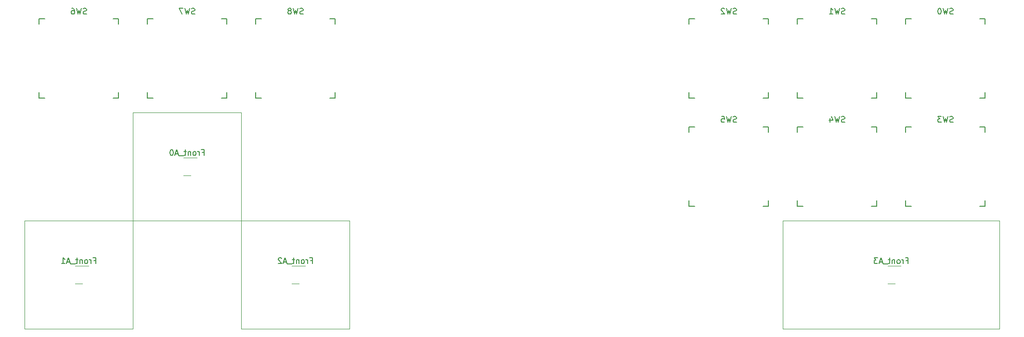
<source format=gbr>
%TF.GenerationSoftware,KiCad,Pcbnew,7.0.9*%
%TF.CreationDate,2024-01-30T16:44:38+01:00*%
%TF.ProjectId,tm-gamepad,746d2d67-616d-4657-9061-642e6b696361,rev?*%
%TF.SameCoordinates,Original*%
%TF.FileFunction,Legend,Bot*%
%TF.FilePolarity,Positive*%
%FSLAX46Y46*%
G04 Gerber Fmt 4.6, Leading zero omitted, Abs format (unit mm)*
G04 Created by KiCad (PCBNEW 7.0.9) date 2024-01-30 16:44:38*
%MOMM*%
%LPD*%
G01*
G04 APERTURE LIST*
%ADD10C,0.150000*%
%ADD11C,0.120000*%
%ADD12C,0.100000*%
G04 APERTURE END LIST*
D10*
X190683332Y-56647200D02*
X190540475Y-56694819D01*
X190540475Y-56694819D02*
X190302380Y-56694819D01*
X190302380Y-56694819D02*
X190207142Y-56647200D01*
X190207142Y-56647200D02*
X190159523Y-56599580D01*
X190159523Y-56599580D02*
X190111904Y-56504342D01*
X190111904Y-56504342D02*
X190111904Y-56409104D01*
X190111904Y-56409104D02*
X190159523Y-56313866D01*
X190159523Y-56313866D02*
X190207142Y-56266247D01*
X190207142Y-56266247D02*
X190302380Y-56218628D01*
X190302380Y-56218628D02*
X190492856Y-56171009D01*
X190492856Y-56171009D02*
X190588094Y-56123390D01*
X190588094Y-56123390D02*
X190635713Y-56075771D01*
X190635713Y-56075771D02*
X190683332Y-55980533D01*
X190683332Y-55980533D02*
X190683332Y-55885295D01*
X190683332Y-55885295D02*
X190635713Y-55790057D01*
X190635713Y-55790057D02*
X190588094Y-55742438D01*
X190588094Y-55742438D02*
X190492856Y-55694819D01*
X190492856Y-55694819D02*
X190254761Y-55694819D01*
X190254761Y-55694819D02*
X190111904Y-55742438D01*
X189778570Y-55694819D02*
X189540475Y-56694819D01*
X189540475Y-56694819D02*
X189349999Y-55980533D01*
X189349999Y-55980533D02*
X189159523Y-56694819D01*
X189159523Y-56694819D02*
X188921428Y-55694819D01*
X188111904Y-56028152D02*
X188111904Y-56694819D01*
X188349999Y-55647200D02*
X188588094Y-56361485D01*
X188588094Y-56361485D02*
X187969047Y-56361485D01*
X95433332Y-37597200D02*
X95290475Y-37644819D01*
X95290475Y-37644819D02*
X95052380Y-37644819D01*
X95052380Y-37644819D02*
X94957142Y-37597200D01*
X94957142Y-37597200D02*
X94909523Y-37549580D01*
X94909523Y-37549580D02*
X94861904Y-37454342D01*
X94861904Y-37454342D02*
X94861904Y-37359104D01*
X94861904Y-37359104D02*
X94909523Y-37263866D01*
X94909523Y-37263866D02*
X94957142Y-37216247D01*
X94957142Y-37216247D02*
X95052380Y-37168628D01*
X95052380Y-37168628D02*
X95242856Y-37121009D01*
X95242856Y-37121009D02*
X95338094Y-37073390D01*
X95338094Y-37073390D02*
X95385713Y-37025771D01*
X95385713Y-37025771D02*
X95433332Y-36930533D01*
X95433332Y-36930533D02*
X95433332Y-36835295D01*
X95433332Y-36835295D02*
X95385713Y-36740057D01*
X95385713Y-36740057D02*
X95338094Y-36692438D01*
X95338094Y-36692438D02*
X95242856Y-36644819D01*
X95242856Y-36644819D02*
X95004761Y-36644819D01*
X95004761Y-36644819D02*
X94861904Y-36692438D01*
X94528570Y-36644819D02*
X94290475Y-37644819D01*
X94290475Y-37644819D02*
X94099999Y-36930533D01*
X94099999Y-36930533D02*
X93909523Y-37644819D01*
X93909523Y-37644819D02*
X93671428Y-36644819D01*
X93147618Y-37073390D02*
X93242856Y-37025771D01*
X93242856Y-37025771D02*
X93290475Y-36978152D01*
X93290475Y-36978152D02*
X93338094Y-36882914D01*
X93338094Y-36882914D02*
X93338094Y-36835295D01*
X93338094Y-36835295D02*
X93290475Y-36740057D01*
X93290475Y-36740057D02*
X93242856Y-36692438D01*
X93242856Y-36692438D02*
X93147618Y-36644819D01*
X93147618Y-36644819D02*
X92957142Y-36644819D01*
X92957142Y-36644819D02*
X92861904Y-36692438D01*
X92861904Y-36692438D02*
X92814285Y-36740057D01*
X92814285Y-36740057D02*
X92766666Y-36835295D01*
X92766666Y-36835295D02*
X92766666Y-36882914D01*
X92766666Y-36882914D02*
X92814285Y-36978152D01*
X92814285Y-36978152D02*
X92861904Y-37025771D01*
X92861904Y-37025771D02*
X92957142Y-37073390D01*
X92957142Y-37073390D02*
X93147618Y-37073390D01*
X93147618Y-37073390D02*
X93242856Y-37121009D01*
X93242856Y-37121009D02*
X93290475Y-37168628D01*
X93290475Y-37168628D02*
X93338094Y-37263866D01*
X93338094Y-37263866D02*
X93338094Y-37454342D01*
X93338094Y-37454342D02*
X93290475Y-37549580D01*
X93290475Y-37549580D02*
X93242856Y-37597200D01*
X93242856Y-37597200D02*
X93147618Y-37644819D01*
X93147618Y-37644819D02*
X92957142Y-37644819D01*
X92957142Y-37644819D02*
X92861904Y-37597200D01*
X92861904Y-37597200D02*
X92814285Y-37549580D01*
X92814285Y-37549580D02*
X92766666Y-37454342D01*
X92766666Y-37454342D02*
X92766666Y-37263866D01*
X92766666Y-37263866D02*
X92814285Y-37168628D01*
X92814285Y-37168628D02*
X92861904Y-37121009D01*
X92861904Y-37121009D02*
X92957142Y-37073390D01*
X76383332Y-37597200D02*
X76240475Y-37644819D01*
X76240475Y-37644819D02*
X76002380Y-37644819D01*
X76002380Y-37644819D02*
X75907142Y-37597200D01*
X75907142Y-37597200D02*
X75859523Y-37549580D01*
X75859523Y-37549580D02*
X75811904Y-37454342D01*
X75811904Y-37454342D02*
X75811904Y-37359104D01*
X75811904Y-37359104D02*
X75859523Y-37263866D01*
X75859523Y-37263866D02*
X75907142Y-37216247D01*
X75907142Y-37216247D02*
X76002380Y-37168628D01*
X76002380Y-37168628D02*
X76192856Y-37121009D01*
X76192856Y-37121009D02*
X76288094Y-37073390D01*
X76288094Y-37073390D02*
X76335713Y-37025771D01*
X76335713Y-37025771D02*
X76383332Y-36930533D01*
X76383332Y-36930533D02*
X76383332Y-36835295D01*
X76383332Y-36835295D02*
X76335713Y-36740057D01*
X76335713Y-36740057D02*
X76288094Y-36692438D01*
X76288094Y-36692438D02*
X76192856Y-36644819D01*
X76192856Y-36644819D02*
X75954761Y-36644819D01*
X75954761Y-36644819D02*
X75811904Y-36692438D01*
X75478570Y-36644819D02*
X75240475Y-37644819D01*
X75240475Y-37644819D02*
X75049999Y-36930533D01*
X75049999Y-36930533D02*
X74859523Y-37644819D01*
X74859523Y-37644819D02*
X74621428Y-36644819D01*
X74335713Y-36644819D02*
X73669047Y-36644819D01*
X73669047Y-36644819D02*
X74097618Y-37644819D01*
X57333332Y-37597200D02*
X57190475Y-37644819D01*
X57190475Y-37644819D02*
X56952380Y-37644819D01*
X56952380Y-37644819D02*
X56857142Y-37597200D01*
X56857142Y-37597200D02*
X56809523Y-37549580D01*
X56809523Y-37549580D02*
X56761904Y-37454342D01*
X56761904Y-37454342D02*
X56761904Y-37359104D01*
X56761904Y-37359104D02*
X56809523Y-37263866D01*
X56809523Y-37263866D02*
X56857142Y-37216247D01*
X56857142Y-37216247D02*
X56952380Y-37168628D01*
X56952380Y-37168628D02*
X57142856Y-37121009D01*
X57142856Y-37121009D02*
X57238094Y-37073390D01*
X57238094Y-37073390D02*
X57285713Y-37025771D01*
X57285713Y-37025771D02*
X57333332Y-36930533D01*
X57333332Y-36930533D02*
X57333332Y-36835295D01*
X57333332Y-36835295D02*
X57285713Y-36740057D01*
X57285713Y-36740057D02*
X57238094Y-36692438D01*
X57238094Y-36692438D02*
X57142856Y-36644819D01*
X57142856Y-36644819D02*
X56904761Y-36644819D01*
X56904761Y-36644819D02*
X56761904Y-36692438D01*
X56428570Y-36644819D02*
X56190475Y-37644819D01*
X56190475Y-37644819D02*
X55999999Y-36930533D01*
X55999999Y-36930533D02*
X55809523Y-37644819D01*
X55809523Y-37644819D02*
X55571428Y-36644819D01*
X54761904Y-36644819D02*
X54952380Y-36644819D01*
X54952380Y-36644819D02*
X55047618Y-36692438D01*
X55047618Y-36692438D02*
X55095237Y-36740057D01*
X55095237Y-36740057D02*
X55190475Y-36882914D01*
X55190475Y-36882914D02*
X55238094Y-37073390D01*
X55238094Y-37073390D02*
X55238094Y-37454342D01*
X55238094Y-37454342D02*
X55190475Y-37549580D01*
X55190475Y-37549580D02*
X55142856Y-37597200D01*
X55142856Y-37597200D02*
X55047618Y-37644819D01*
X55047618Y-37644819D02*
X54857142Y-37644819D01*
X54857142Y-37644819D02*
X54761904Y-37597200D01*
X54761904Y-37597200D02*
X54714285Y-37549580D01*
X54714285Y-37549580D02*
X54666666Y-37454342D01*
X54666666Y-37454342D02*
X54666666Y-37216247D01*
X54666666Y-37216247D02*
X54714285Y-37121009D01*
X54714285Y-37121009D02*
X54761904Y-37073390D01*
X54761904Y-37073390D02*
X54857142Y-37025771D01*
X54857142Y-37025771D02*
X55047618Y-37025771D01*
X55047618Y-37025771D02*
X55142856Y-37073390D01*
X55142856Y-37073390D02*
X55190475Y-37121009D01*
X55190475Y-37121009D02*
X55238094Y-37216247D01*
X171633332Y-56647200D02*
X171490475Y-56694819D01*
X171490475Y-56694819D02*
X171252380Y-56694819D01*
X171252380Y-56694819D02*
X171157142Y-56647200D01*
X171157142Y-56647200D02*
X171109523Y-56599580D01*
X171109523Y-56599580D02*
X171061904Y-56504342D01*
X171061904Y-56504342D02*
X171061904Y-56409104D01*
X171061904Y-56409104D02*
X171109523Y-56313866D01*
X171109523Y-56313866D02*
X171157142Y-56266247D01*
X171157142Y-56266247D02*
X171252380Y-56218628D01*
X171252380Y-56218628D02*
X171442856Y-56171009D01*
X171442856Y-56171009D02*
X171538094Y-56123390D01*
X171538094Y-56123390D02*
X171585713Y-56075771D01*
X171585713Y-56075771D02*
X171633332Y-55980533D01*
X171633332Y-55980533D02*
X171633332Y-55885295D01*
X171633332Y-55885295D02*
X171585713Y-55790057D01*
X171585713Y-55790057D02*
X171538094Y-55742438D01*
X171538094Y-55742438D02*
X171442856Y-55694819D01*
X171442856Y-55694819D02*
X171204761Y-55694819D01*
X171204761Y-55694819D02*
X171061904Y-55742438D01*
X170728570Y-55694819D02*
X170490475Y-56694819D01*
X170490475Y-56694819D02*
X170299999Y-55980533D01*
X170299999Y-55980533D02*
X170109523Y-56694819D01*
X170109523Y-56694819D02*
X169871428Y-55694819D01*
X169014285Y-55694819D02*
X169490475Y-55694819D01*
X169490475Y-55694819D02*
X169538094Y-56171009D01*
X169538094Y-56171009D02*
X169490475Y-56123390D01*
X169490475Y-56123390D02*
X169395237Y-56075771D01*
X169395237Y-56075771D02*
X169157142Y-56075771D01*
X169157142Y-56075771D02*
X169061904Y-56123390D01*
X169061904Y-56123390D02*
X169014285Y-56171009D01*
X169014285Y-56171009D02*
X168966666Y-56266247D01*
X168966666Y-56266247D02*
X168966666Y-56504342D01*
X168966666Y-56504342D02*
X169014285Y-56599580D01*
X169014285Y-56599580D02*
X169061904Y-56647200D01*
X169061904Y-56647200D02*
X169157142Y-56694819D01*
X169157142Y-56694819D02*
X169395237Y-56694819D01*
X169395237Y-56694819D02*
X169490475Y-56647200D01*
X169490475Y-56647200D02*
X169538094Y-56599580D01*
X209733332Y-56647200D02*
X209590475Y-56694819D01*
X209590475Y-56694819D02*
X209352380Y-56694819D01*
X209352380Y-56694819D02*
X209257142Y-56647200D01*
X209257142Y-56647200D02*
X209209523Y-56599580D01*
X209209523Y-56599580D02*
X209161904Y-56504342D01*
X209161904Y-56504342D02*
X209161904Y-56409104D01*
X209161904Y-56409104D02*
X209209523Y-56313866D01*
X209209523Y-56313866D02*
X209257142Y-56266247D01*
X209257142Y-56266247D02*
X209352380Y-56218628D01*
X209352380Y-56218628D02*
X209542856Y-56171009D01*
X209542856Y-56171009D02*
X209638094Y-56123390D01*
X209638094Y-56123390D02*
X209685713Y-56075771D01*
X209685713Y-56075771D02*
X209733332Y-55980533D01*
X209733332Y-55980533D02*
X209733332Y-55885295D01*
X209733332Y-55885295D02*
X209685713Y-55790057D01*
X209685713Y-55790057D02*
X209638094Y-55742438D01*
X209638094Y-55742438D02*
X209542856Y-55694819D01*
X209542856Y-55694819D02*
X209304761Y-55694819D01*
X209304761Y-55694819D02*
X209161904Y-55742438D01*
X208828570Y-55694819D02*
X208590475Y-56694819D01*
X208590475Y-56694819D02*
X208399999Y-55980533D01*
X208399999Y-55980533D02*
X208209523Y-56694819D01*
X208209523Y-56694819D02*
X207971428Y-55694819D01*
X207685713Y-55694819D02*
X207066666Y-55694819D01*
X207066666Y-55694819D02*
X207399999Y-56075771D01*
X207399999Y-56075771D02*
X207257142Y-56075771D01*
X207257142Y-56075771D02*
X207161904Y-56123390D01*
X207161904Y-56123390D02*
X207114285Y-56171009D01*
X207114285Y-56171009D02*
X207066666Y-56266247D01*
X207066666Y-56266247D02*
X207066666Y-56504342D01*
X207066666Y-56504342D02*
X207114285Y-56599580D01*
X207114285Y-56599580D02*
X207161904Y-56647200D01*
X207161904Y-56647200D02*
X207257142Y-56694819D01*
X207257142Y-56694819D02*
X207542856Y-56694819D01*
X207542856Y-56694819D02*
X207638094Y-56647200D01*
X207638094Y-56647200D02*
X207685713Y-56599580D01*
X171633332Y-37597200D02*
X171490475Y-37644819D01*
X171490475Y-37644819D02*
X171252380Y-37644819D01*
X171252380Y-37644819D02*
X171157142Y-37597200D01*
X171157142Y-37597200D02*
X171109523Y-37549580D01*
X171109523Y-37549580D02*
X171061904Y-37454342D01*
X171061904Y-37454342D02*
X171061904Y-37359104D01*
X171061904Y-37359104D02*
X171109523Y-37263866D01*
X171109523Y-37263866D02*
X171157142Y-37216247D01*
X171157142Y-37216247D02*
X171252380Y-37168628D01*
X171252380Y-37168628D02*
X171442856Y-37121009D01*
X171442856Y-37121009D02*
X171538094Y-37073390D01*
X171538094Y-37073390D02*
X171585713Y-37025771D01*
X171585713Y-37025771D02*
X171633332Y-36930533D01*
X171633332Y-36930533D02*
X171633332Y-36835295D01*
X171633332Y-36835295D02*
X171585713Y-36740057D01*
X171585713Y-36740057D02*
X171538094Y-36692438D01*
X171538094Y-36692438D02*
X171442856Y-36644819D01*
X171442856Y-36644819D02*
X171204761Y-36644819D01*
X171204761Y-36644819D02*
X171061904Y-36692438D01*
X170728570Y-36644819D02*
X170490475Y-37644819D01*
X170490475Y-37644819D02*
X170299999Y-36930533D01*
X170299999Y-36930533D02*
X170109523Y-37644819D01*
X170109523Y-37644819D02*
X169871428Y-36644819D01*
X169538094Y-36740057D02*
X169490475Y-36692438D01*
X169490475Y-36692438D02*
X169395237Y-36644819D01*
X169395237Y-36644819D02*
X169157142Y-36644819D01*
X169157142Y-36644819D02*
X169061904Y-36692438D01*
X169061904Y-36692438D02*
X169014285Y-36740057D01*
X169014285Y-36740057D02*
X168966666Y-36835295D01*
X168966666Y-36835295D02*
X168966666Y-36930533D01*
X168966666Y-36930533D02*
X169014285Y-37073390D01*
X169014285Y-37073390D02*
X169585713Y-37644819D01*
X169585713Y-37644819D02*
X168966666Y-37644819D01*
X190683332Y-37597200D02*
X190540475Y-37644819D01*
X190540475Y-37644819D02*
X190302380Y-37644819D01*
X190302380Y-37644819D02*
X190207142Y-37597200D01*
X190207142Y-37597200D02*
X190159523Y-37549580D01*
X190159523Y-37549580D02*
X190111904Y-37454342D01*
X190111904Y-37454342D02*
X190111904Y-37359104D01*
X190111904Y-37359104D02*
X190159523Y-37263866D01*
X190159523Y-37263866D02*
X190207142Y-37216247D01*
X190207142Y-37216247D02*
X190302380Y-37168628D01*
X190302380Y-37168628D02*
X190492856Y-37121009D01*
X190492856Y-37121009D02*
X190588094Y-37073390D01*
X190588094Y-37073390D02*
X190635713Y-37025771D01*
X190635713Y-37025771D02*
X190683332Y-36930533D01*
X190683332Y-36930533D02*
X190683332Y-36835295D01*
X190683332Y-36835295D02*
X190635713Y-36740057D01*
X190635713Y-36740057D02*
X190588094Y-36692438D01*
X190588094Y-36692438D02*
X190492856Y-36644819D01*
X190492856Y-36644819D02*
X190254761Y-36644819D01*
X190254761Y-36644819D02*
X190111904Y-36692438D01*
X189778570Y-36644819D02*
X189540475Y-37644819D01*
X189540475Y-37644819D02*
X189349999Y-36930533D01*
X189349999Y-36930533D02*
X189159523Y-37644819D01*
X189159523Y-37644819D02*
X188921428Y-36644819D01*
X188016666Y-37644819D02*
X188588094Y-37644819D01*
X188302380Y-37644819D02*
X188302380Y-36644819D01*
X188302380Y-36644819D02*
X188397618Y-36787676D01*
X188397618Y-36787676D02*
X188492856Y-36882914D01*
X188492856Y-36882914D02*
X188588094Y-36930533D01*
X209733332Y-37597200D02*
X209590475Y-37644819D01*
X209590475Y-37644819D02*
X209352380Y-37644819D01*
X209352380Y-37644819D02*
X209257142Y-37597200D01*
X209257142Y-37597200D02*
X209209523Y-37549580D01*
X209209523Y-37549580D02*
X209161904Y-37454342D01*
X209161904Y-37454342D02*
X209161904Y-37359104D01*
X209161904Y-37359104D02*
X209209523Y-37263866D01*
X209209523Y-37263866D02*
X209257142Y-37216247D01*
X209257142Y-37216247D02*
X209352380Y-37168628D01*
X209352380Y-37168628D02*
X209542856Y-37121009D01*
X209542856Y-37121009D02*
X209638094Y-37073390D01*
X209638094Y-37073390D02*
X209685713Y-37025771D01*
X209685713Y-37025771D02*
X209733332Y-36930533D01*
X209733332Y-36930533D02*
X209733332Y-36835295D01*
X209733332Y-36835295D02*
X209685713Y-36740057D01*
X209685713Y-36740057D02*
X209638094Y-36692438D01*
X209638094Y-36692438D02*
X209542856Y-36644819D01*
X209542856Y-36644819D02*
X209304761Y-36644819D01*
X209304761Y-36644819D02*
X209161904Y-36692438D01*
X208828570Y-36644819D02*
X208590475Y-37644819D01*
X208590475Y-37644819D02*
X208399999Y-36930533D01*
X208399999Y-36930533D02*
X208209523Y-37644819D01*
X208209523Y-37644819D02*
X207971428Y-36644819D01*
X207399999Y-36644819D02*
X207304761Y-36644819D01*
X207304761Y-36644819D02*
X207209523Y-36692438D01*
X207209523Y-36692438D02*
X207161904Y-36740057D01*
X207161904Y-36740057D02*
X207114285Y-36835295D01*
X207114285Y-36835295D02*
X207066666Y-37025771D01*
X207066666Y-37025771D02*
X207066666Y-37263866D01*
X207066666Y-37263866D02*
X207114285Y-37454342D01*
X207114285Y-37454342D02*
X207161904Y-37549580D01*
X207161904Y-37549580D02*
X207209523Y-37597200D01*
X207209523Y-37597200D02*
X207304761Y-37644819D01*
X207304761Y-37644819D02*
X207399999Y-37644819D01*
X207399999Y-37644819D02*
X207495237Y-37597200D01*
X207495237Y-37597200D02*
X207542856Y-37549580D01*
X207542856Y-37549580D02*
X207590475Y-37454342D01*
X207590475Y-37454342D02*
X207638094Y-37263866D01*
X207638094Y-37263866D02*
X207638094Y-37025771D01*
X207638094Y-37025771D02*
X207590475Y-36835295D01*
X207590475Y-36835295D02*
X207542856Y-36740057D01*
X207542856Y-36740057D02*
X207495237Y-36692438D01*
X207495237Y-36692438D02*
X207399999Y-36644819D01*
X201517857Y-81076009D02*
X201851190Y-81076009D01*
X201851190Y-81599819D02*
X201851190Y-80599819D01*
X201851190Y-80599819D02*
X201375000Y-80599819D01*
X200994047Y-81599819D02*
X200994047Y-80933152D01*
X200994047Y-81123628D02*
X200946428Y-81028390D01*
X200946428Y-81028390D02*
X200898809Y-80980771D01*
X200898809Y-80980771D02*
X200803571Y-80933152D01*
X200803571Y-80933152D02*
X200708333Y-80933152D01*
X200232142Y-81599819D02*
X200327380Y-81552200D01*
X200327380Y-81552200D02*
X200374999Y-81504580D01*
X200374999Y-81504580D02*
X200422618Y-81409342D01*
X200422618Y-81409342D02*
X200422618Y-81123628D01*
X200422618Y-81123628D02*
X200374999Y-81028390D01*
X200374999Y-81028390D02*
X200327380Y-80980771D01*
X200327380Y-80980771D02*
X200232142Y-80933152D01*
X200232142Y-80933152D02*
X200089285Y-80933152D01*
X200089285Y-80933152D02*
X199994047Y-80980771D01*
X199994047Y-80980771D02*
X199946428Y-81028390D01*
X199946428Y-81028390D02*
X199898809Y-81123628D01*
X199898809Y-81123628D02*
X199898809Y-81409342D01*
X199898809Y-81409342D02*
X199946428Y-81504580D01*
X199946428Y-81504580D02*
X199994047Y-81552200D01*
X199994047Y-81552200D02*
X200089285Y-81599819D01*
X200089285Y-81599819D02*
X200232142Y-81599819D01*
X199470237Y-80933152D02*
X199470237Y-81599819D01*
X199470237Y-81028390D02*
X199422618Y-80980771D01*
X199422618Y-80980771D02*
X199327380Y-80933152D01*
X199327380Y-80933152D02*
X199184523Y-80933152D01*
X199184523Y-80933152D02*
X199089285Y-80980771D01*
X199089285Y-80980771D02*
X199041666Y-81076009D01*
X199041666Y-81076009D02*
X199041666Y-81599819D01*
X198708332Y-80933152D02*
X198327380Y-80933152D01*
X198565475Y-80599819D02*
X198565475Y-81456961D01*
X198565475Y-81456961D02*
X198517856Y-81552200D01*
X198517856Y-81552200D02*
X198422618Y-81599819D01*
X198422618Y-81599819D02*
X198327380Y-81599819D01*
X198232142Y-81695057D02*
X197470237Y-81695057D01*
X197279760Y-81314104D02*
X196803570Y-81314104D01*
X197374998Y-81599819D02*
X197041665Y-80599819D01*
X197041665Y-80599819D02*
X196708332Y-81599819D01*
X196470236Y-80599819D02*
X195851189Y-80599819D01*
X195851189Y-80599819D02*
X196184522Y-80980771D01*
X196184522Y-80980771D02*
X196041665Y-80980771D01*
X196041665Y-80980771D02*
X195946427Y-81028390D01*
X195946427Y-81028390D02*
X195898808Y-81076009D01*
X195898808Y-81076009D02*
X195851189Y-81171247D01*
X195851189Y-81171247D02*
X195851189Y-81409342D01*
X195851189Y-81409342D02*
X195898808Y-81504580D01*
X195898808Y-81504580D02*
X195946427Y-81552200D01*
X195946427Y-81552200D02*
X196041665Y-81599819D01*
X196041665Y-81599819D02*
X196327379Y-81599819D01*
X196327379Y-81599819D02*
X196422617Y-81552200D01*
X196422617Y-81552200D02*
X196470236Y-81504580D01*
X77692857Y-62026009D02*
X78026190Y-62026009D01*
X78026190Y-62549819D02*
X78026190Y-61549819D01*
X78026190Y-61549819D02*
X77550000Y-61549819D01*
X77169047Y-62549819D02*
X77169047Y-61883152D01*
X77169047Y-62073628D02*
X77121428Y-61978390D01*
X77121428Y-61978390D02*
X77073809Y-61930771D01*
X77073809Y-61930771D02*
X76978571Y-61883152D01*
X76978571Y-61883152D02*
X76883333Y-61883152D01*
X76407142Y-62549819D02*
X76502380Y-62502200D01*
X76502380Y-62502200D02*
X76549999Y-62454580D01*
X76549999Y-62454580D02*
X76597618Y-62359342D01*
X76597618Y-62359342D02*
X76597618Y-62073628D01*
X76597618Y-62073628D02*
X76549999Y-61978390D01*
X76549999Y-61978390D02*
X76502380Y-61930771D01*
X76502380Y-61930771D02*
X76407142Y-61883152D01*
X76407142Y-61883152D02*
X76264285Y-61883152D01*
X76264285Y-61883152D02*
X76169047Y-61930771D01*
X76169047Y-61930771D02*
X76121428Y-61978390D01*
X76121428Y-61978390D02*
X76073809Y-62073628D01*
X76073809Y-62073628D02*
X76073809Y-62359342D01*
X76073809Y-62359342D02*
X76121428Y-62454580D01*
X76121428Y-62454580D02*
X76169047Y-62502200D01*
X76169047Y-62502200D02*
X76264285Y-62549819D01*
X76264285Y-62549819D02*
X76407142Y-62549819D01*
X75645237Y-61883152D02*
X75645237Y-62549819D01*
X75645237Y-61978390D02*
X75597618Y-61930771D01*
X75597618Y-61930771D02*
X75502380Y-61883152D01*
X75502380Y-61883152D02*
X75359523Y-61883152D01*
X75359523Y-61883152D02*
X75264285Y-61930771D01*
X75264285Y-61930771D02*
X75216666Y-62026009D01*
X75216666Y-62026009D02*
X75216666Y-62549819D01*
X74883332Y-61883152D02*
X74502380Y-61883152D01*
X74740475Y-61549819D02*
X74740475Y-62406961D01*
X74740475Y-62406961D02*
X74692856Y-62502200D01*
X74692856Y-62502200D02*
X74597618Y-62549819D01*
X74597618Y-62549819D02*
X74502380Y-62549819D01*
X74407142Y-62645057D02*
X73645237Y-62645057D01*
X73454760Y-62264104D02*
X72978570Y-62264104D01*
X73549998Y-62549819D02*
X73216665Y-61549819D01*
X73216665Y-61549819D02*
X72883332Y-62549819D01*
X72359522Y-61549819D02*
X72264284Y-61549819D01*
X72264284Y-61549819D02*
X72169046Y-61597438D01*
X72169046Y-61597438D02*
X72121427Y-61645057D01*
X72121427Y-61645057D02*
X72073808Y-61740295D01*
X72073808Y-61740295D02*
X72026189Y-61930771D01*
X72026189Y-61930771D02*
X72026189Y-62168866D01*
X72026189Y-62168866D02*
X72073808Y-62359342D01*
X72073808Y-62359342D02*
X72121427Y-62454580D01*
X72121427Y-62454580D02*
X72169046Y-62502200D01*
X72169046Y-62502200D02*
X72264284Y-62549819D01*
X72264284Y-62549819D02*
X72359522Y-62549819D01*
X72359522Y-62549819D02*
X72454760Y-62502200D01*
X72454760Y-62502200D02*
X72502379Y-62454580D01*
X72502379Y-62454580D02*
X72549998Y-62359342D01*
X72549998Y-62359342D02*
X72597617Y-62168866D01*
X72597617Y-62168866D02*
X72597617Y-61930771D01*
X72597617Y-61930771D02*
X72549998Y-61740295D01*
X72549998Y-61740295D02*
X72502379Y-61645057D01*
X72502379Y-61645057D02*
X72454760Y-61597438D01*
X72454760Y-61597438D02*
X72359522Y-61549819D01*
X96742857Y-81076009D02*
X97076190Y-81076009D01*
X97076190Y-81599819D02*
X97076190Y-80599819D01*
X97076190Y-80599819D02*
X96600000Y-80599819D01*
X96219047Y-81599819D02*
X96219047Y-80933152D01*
X96219047Y-81123628D02*
X96171428Y-81028390D01*
X96171428Y-81028390D02*
X96123809Y-80980771D01*
X96123809Y-80980771D02*
X96028571Y-80933152D01*
X96028571Y-80933152D02*
X95933333Y-80933152D01*
X95457142Y-81599819D02*
X95552380Y-81552200D01*
X95552380Y-81552200D02*
X95599999Y-81504580D01*
X95599999Y-81504580D02*
X95647618Y-81409342D01*
X95647618Y-81409342D02*
X95647618Y-81123628D01*
X95647618Y-81123628D02*
X95599999Y-81028390D01*
X95599999Y-81028390D02*
X95552380Y-80980771D01*
X95552380Y-80980771D02*
X95457142Y-80933152D01*
X95457142Y-80933152D02*
X95314285Y-80933152D01*
X95314285Y-80933152D02*
X95219047Y-80980771D01*
X95219047Y-80980771D02*
X95171428Y-81028390D01*
X95171428Y-81028390D02*
X95123809Y-81123628D01*
X95123809Y-81123628D02*
X95123809Y-81409342D01*
X95123809Y-81409342D02*
X95171428Y-81504580D01*
X95171428Y-81504580D02*
X95219047Y-81552200D01*
X95219047Y-81552200D02*
X95314285Y-81599819D01*
X95314285Y-81599819D02*
X95457142Y-81599819D01*
X94695237Y-80933152D02*
X94695237Y-81599819D01*
X94695237Y-81028390D02*
X94647618Y-80980771D01*
X94647618Y-80980771D02*
X94552380Y-80933152D01*
X94552380Y-80933152D02*
X94409523Y-80933152D01*
X94409523Y-80933152D02*
X94314285Y-80980771D01*
X94314285Y-80980771D02*
X94266666Y-81076009D01*
X94266666Y-81076009D02*
X94266666Y-81599819D01*
X93933332Y-80933152D02*
X93552380Y-80933152D01*
X93790475Y-80599819D02*
X93790475Y-81456961D01*
X93790475Y-81456961D02*
X93742856Y-81552200D01*
X93742856Y-81552200D02*
X93647618Y-81599819D01*
X93647618Y-81599819D02*
X93552380Y-81599819D01*
X93457142Y-81695057D02*
X92695237Y-81695057D01*
X92504760Y-81314104D02*
X92028570Y-81314104D01*
X92599998Y-81599819D02*
X92266665Y-80599819D01*
X92266665Y-80599819D02*
X91933332Y-81599819D01*
X91647617Y-80695057D02*
X91599998Y-80647438D01*
X91599998Y-80647438D02*
X91504760Y-80599819D01*
X91504760Y-80599819D02*
X91266665Y-80599819D01*
X91266665Y-80599819D02*
X91171427Y-80647438D01*
X91171427Y-80647438D02*
X91123808Y-80695057D01*
X91123808Y-80695057D02*
X91076189Y-80790295D01*
X91076189Y-80790295D02*
X91076189Y-80885533D01*
X91076189Y-80885533D02*
X91123808Y-81028390D01*
X91123808Y-81028390D02*
X91695236Y-81599819D01*
X91695236Y-81599819D02*
X91076189Y-81599819D01*
X58642857Y-81076009D02*
X58976190Y-81076009D01*
X58976190Y-81599819D02*
X58976190Y-80599819D01*
X58976190Y-80599819D02*
X58500000Y-80599819D01*
X58119047Y-81599819D02*
X58119047Y-80933152D01*
X58119047Y-81123628D02*
X58071428Y-81028390D01*
X58071428Y-81028390D02*
X58023809Y-80980771D01*
X58023809Y-80980771D02*
X57928571Y-80933152D01*
X57928571Y-80933152D02*
X57833333Y-80933152D01*
X57357142Y-81599819D02*
X57452380Y-81552200D01*
X57452380Y-81552200D02*
X57499999Y-81504580D01*
X57499999Y-81504580D02*
X57547618Y-81409342D01*
X57547618Y-81409342D02*
X57547618Y-81123628D01*
X57547618Y-81123628D02*
X57499999Y-81028390D01*
X57499999Y-81028390D02*
X57452380Y-80980771D01*
X57452380Y-80980771D02*
X57357142Y-80933152D01*
X57357142Y-80933152D02*
X57214285Y-80933152D01*
X57214285Y-80933152D02*
X57119047Y-80980771D01*
X57119047Y-80980771D02*
X57071428Y-81028390D01*
X57071428Y-81028390D02*
X57023809Y-81123628D01*
X57023809Y-81123628D02*
X57023809Y-81409342D01*
X57023809Y-81409342D02*
X57071428Y-81504580D01*
X57071428Y-81504580D02*
X57119047Y-81552200D01*
X57119047Y-81552200D02*
X57214285Y-81599819D01*
X57214285Y-81599819D02*
X57357142Y-81599819D01*
X56595237Y-80933152D02*
X56595237Y-81599819D01*
X56595237Y-81028390D02*
X56547618Y-80980771D01*
X56547618Y-80980771D02*
X56452380Y-80933152D01*
X56452380Y-80933152D02*
X56309523Y-80933152D01*
X56309523Y-80933152D02*
X56214285Y-80980771D01*
X56214285Y-80980771D02*
X56166666Y-81076009D01*
X56166666Y-81076009D02*
X56166666Y-81599819D01*
X55833332Y-80933152D02*
X55452380Y-80933152D01*
X55690475Y-80599819D02*
X55690475Y-81456961D01*
X55690475Y-81456961D02*
X55642856Y-81552200D01*
X55642856Y-81552200D02*
X55547618Y-81599819D01*
X55547618Y-81599819D02*
X55452380Y-81599819D01*
X55357142Y-81695057D02*
X54595237Y-81695057D01*
X54404760Y-81314104D02*
X53928570Y-81314104D01*
X54499998Y-81599819D02*
X54166665Y-80599819D01*
X54166665Y-80599819D02*
X53833332Y-81599819D01*
X52976189Y-81599819D02*
X53547617Y-81599819D01*
X53261903Y-81599819D02*
X53261903Y-80599819D01*
X53261903Y-80599819D02*
X53357141Y-80742676D01*
X53357141Y-80742676D02*
X53452379Y-80837914D01*
X53452379Y-80837914D02*
X53547617Y-80885533D01*
%TO.C,SW4*%
X182350000Y-58495000D02*
X182350000Y-57495000D01*
X182350000Y-71495000D02*
X182350000Y-70495000D01*
X183350000Y-71495000D02*
X182350000Y-71495000D01*
X196350000Y-70495000D02*
X196350000Y-71495000D01*
X196350000Y-71495000D02*
X195350000Y-71495000D01*
X196350000Y-57495000D02*
X196350000Y-58495000D01*
X195350000Y-57495000D02*
X196350000Y-57495000D01*
X182350000Y-57495000D02*
X183350000Y-57495000D01*
%TO.C,SW8*%
X87100000Y-38445000D02*
X88100000Y-38445000D01*
X100100000Y-38445000D02*
X101100000Y-38445000D01*
X101100000Y-38445000D02*
X101100000Y-39445000D01*
X101100000Y-52445000D02*
X100100000Y-52445000D01*
X101100000Y-51445000D02*
X101100000Y-52445000D01*
X88100000Y-52445000D02*
X87100000Y-52445000D01*
X87100000Y-52445000D02*
X87100000Y-51445000D01*
X87100000Y-39445000D02*
X87100000Y-38445000D01*
%TO.C,SW7*%
X68050000Y-38445000D02*
X69050000Y-38445000D01*
X81050000Y-38445000D02*
X82050000Y-38445000D01*
X82050000Y-38445000D02*
X82050000Y-39445000D01*
X82050000Y-52445000D02*
X81050000Y-52445000D01*
X82050000Y-51445000D02*
X82050000Y-52445000D01*
X69050000Y-52445000D02*
X68050000Y-52445000D01*
X68050000Y-52445000D02*
X68050000Y-51445000D01*
X68050000Y-39445000D02*
X68050000Y-38445000D01*
%TO.C,SW6*%
X49000000Y-38445000D02*
X50000000Y-38445000D01*
X62000000Y-38445000D02*
X63000000Y-38445000D01*
X63000000Y-38445000D02*
X63000000Y-39445000D01*
X63000000Y-52445000D02*
X62000000Y-52445000D01*
X63000000Y-51445000D02*
X63000000Y-52445000D01*
X50000000Y-52445000D02*
X49000000Y-52445000D01*
X49000000Y-52445000D02*
X49000000Y-51445000D01*
X49000000Y-39445000D02*
X49000000Y-38445000D01*
%TO.C,SW5*%
X163300000Y-58495000D02*
X163300000Y-57495000D01*
X163300000Y-71495000D02*
X163300000Y-70495000D01*
X164300000Y-71495000D02*
X163300000Y-71495000D01*
X177300000Y-70495000D02*
X177300000Y-71495000D01*
X177300000Y-71495000D02*
X176300000Y-71495000D01*
X177300000Y-57495000D02*
X177300000Y-58495000D01*
X176300000Y-57495000D02*
X177300000Y-57495000D01*
X163300000Y-57495000D02*
X164300000Y-57495000D01*
%TO.C,SW3*%
X201400000Y-58495000D02*
X201400000Y-57495000D01*
X201400000Y-71495000D02*
X201400000Y-70495000D01*
X202400000Y-71495000D02*
X201400000Y-71495000D01*
X215400000Y-70495000D02*
X215400000Y-71495000D01*
X215400000Y-71495000D02*
X214400000Y-71495000D01*
X215400000Y-57495000D02*
X215400000Y-58495000D01*
X214400000Y-57495000D02*
X215400000Y-57495000D01*
X201400000Y-57495000D02*
X202400000Y-57495000D01*
%TO.C,SW2*%
X163300000Y-39445000D02*
X163300000Y-38445000D01*
X163300000Y-52445000D02*
X163300000Y-51445000D01*
X164300000Y-52445000D02*
X163300000Y-52445000D01*
X177300000Y-51445000D02*
X177300000Y-52445000D01*
X177300000Y-52445000D02*
X176300000Y-52445000D01*
X177300000Y-38445000D02*
X177300000Y-39445000D01*
X176300000Y-38445000D02*
X177300000Y-38445000D01*
X163300000Y-38445000D02*
X164300000Y-38445000D01*
%TO.C,SW1*%
X182350000Y-38445000D02*
X183350000Y-38445000D01*
X195350000Y-38445000D02*
X196350000Y-38445000D01*
X196350000Y-38445000D02*
X196350000Y-39445000D01*
X196350000Y-52445000D02*
X195350000Y-52445000D01*
X196350000Y-51445000D02*
X196350000Y-52445000D01*
X183350000Y-52445000D02*
X182350000Y-52445000D01*
X182350000Y-52445000D02*
X182350000Y-51445000D01*
X182350000Y-39445000D02*
X182350000Y-38445000D01*
%TO.C,SW0*%
X201400000Y-39445000D02*
X201400000Y-38445000D01*
X201400000Y-52445000D02*
X201400000Y-51445000D01*
X202400000Y-52445000D02*
X201400000Y-52445000D01*
X215400000Y-51445000D02*
X215400000Y-52445000D01*
X215400000Y-52445000D02*
X214400000Y-52445000D01*
X215400000Y-38445000D02*
X215400000Y-39445000D01*
X214400000Y-38445000D02*
X215400000Y-38445000D01*
X201400000Y-38445000D02*
X202400000Y-38445000D01*
D11*
%TO.C,Front_A3*%
X198875000Y-85105000D02*
X199525000Y-85105000D01*
X198875000Y-85105000D02*
X198225000Y-85105000D01*
X198875000Y-81985000D02*
X200550000Y-81985000D01*
X198875000Y-81985000D02*
X198225000Y-81985000D01*
D12*
X217925000Y-74020000D02*
X179825000Y-74020000D01*
X179825000Y-74020000D02*
X179825000Y-93070000D01*
X179825000Y-93070000D02*
X217925000Y-93070000D01*
X217925000Y-93070000D02*
X217925000Y-74020000D01*
D11*
%TO.C,Front_A0*%
X75050000Y-66055000D02*
X75700000Y-66055000D01*
X75050000Y-66055000D02*
X74400000Y-66055000D01*
X75050000Y-62935000D02*
X76725000Y-62935000D01*
X75050000Y-62935000D02*
X74400000Y-62935000D01*
D12*
X84575000Y-54970000D02*
X65525000Y-54970000D01*
X65525000Y-54970000D02*
X65525000Y-74020000D01*
X65525000Y-74020000D02*
X84575000Y-74020000D01*
X84575000Y-74020000D02*
X84575000Y-54970000D01*
%TO.C,Front_A2*%
X103625000Y-74020000D02*
X84575000Y-74020000D01*
X84575000Y-74020000D02*
X84575000Y-93070000D01*
X84575000Y-93070000D02*
X103625000Y-93070000D01*
X103625000Y-93070000D02*
X103625000Y-74020000D01*
D11*
X94100000Y-81985000D02*
X93450000Y-81985000D01*
X94100000Y-81985000D02*
X95775000Y-81985000D01*
X94100000Y-85105000D02*
X93450000Y-85105000D01*
X94100000Y-85105000D02*
X94750000Y-85105000D01*
D12*
%TO.C,Front_A1*%
X65525000Y-74020000D02*
X46475000Y-74020000D01*
X46475000Y-74020000D02*
X46475000Y-93070000D01*
X46475000Y-93070000D02*
X65525000Y-93070000D01*
X65525000Y-93070000D02*
X65525000Y-74020000D01*
D11*
X56000000Y-81985000D02*
X55350000Y-81985000D01*
X56000000Y-81985000D02*
X57675000Y-81985000D01*
X56000000Y-85105000D02*
X55350000Y-85105000D01*
X56000000Y-85105000D02*
X56650000Y-85105000D01*
%TD*%
M02*

</source>
